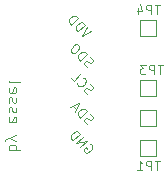
<source format=gbr>
%TF.GenerationSoftware,KiCad,Pcbnew,9.0.3*%
%TF.CreationDate,2026-01-09T14:10:27-05:00*%
%TF.ProjectId,BME280_Module,424d4532-3830-45f4-9d6f-64756c652e6b,rev?*%
%TF.SameCoordinates,Original*%
%TF.FileFunction,Legend,Bot*%
%TF.FilePolarity,Positive*%
%FSLAX46Y46*%
G04 Gerber Fmt 4.6, Leading zero omitted, Abs format (unit mm)*
G04 Created by KiCad (PCBNEW 9.0.3) date 2026-01-09 14:10:27*
%MOMM*%
%LPD*%
G01*
G04 APERTURE LIST*
%ADD10C,0.100000*%
%ADD11C,0.120000*%
G04 APERTURE END LIST*
D10*
X133992135Y-96700827D02*
X134072948Y-96727765D01*
X134072948Y-96727765D02*
X134153760Y-96808577D01*
X134153760Y-96808577D02*
X134207635Y-96916326D01*
X134207635Y-96916326D02*
X134207635Y-97024076D01*
X134207635Y-97024076D02*
X134180697Y-97104888D01*
X134180697Y-97104888D02*
X134099885Y-97239575D01*
X134099885Y-97239575D02*
X134019073Y-97320387D01*
X134019073Y-97320387D02*
X133884386Y-97401200D01*
X133884386Y-97401200D02*
X133803574Y-97428137D01*
X133803574Y-97428137D02*
X133695824Y-97428137D01*
X133695824Y-97428137D02*
X133588074Y-97374262D01*
X133588074Y-97374262D02*
X133534200Y-97320387D01*
X133534200Y-97320387D02*
X133480325Y-97212638D01*
X133480325Y-97212638D02*
X133480325Y-97158763D01*
X133480325Y-97158763D02*
X133668887Y-96970201D01*
X133668887Y-96970201D02*
X133776636Y-97077951D01*
X133184013Y-96970201D02*
X133749699Y-96404516D01*
X133749699Y-96404516D02*
X132860764Y-96646952D01*
X132860764Y-96646952D02*
X133426450Y-96081267D01*
X132591391Y-96377578D02*
X133157076Y-95811893D01*
X133157076Y-95811893D02*
X133022389Y-95677206D01*
X133022389Y-95677206D02*
X132914639Y-95623331D01*
X132914639Y-95623331D02*
X132806890Y-95623331D01*
X132806890Y-95623331D02*
X132726078Y-95650269D01*
X132726078Y-95650269D02*
X132591391Y-95731081D01*
X132591391Y-95731081D02*
X132510578Y-95811893D01*
X132510578Y-95811893D02*
X132429766Y-95946580D01*
X132429766Y-95946580D02*
X132402829Y-96027392D01*
X132402829Y-96027392D02*
X132402829Y-96135142D01*
X132402829Y-96135142D02*
X132456704Y-96242891D01*
X132456704Y-96242891D02*
X132591391Y-96377578D01*
X133803574Y-92455887D02*
X133695824Y-92402012D01*
X133695824Y-92402012D02*
X133561137Y-92267325D01*
X133561137Y-92267325D02*
X133534200Y-92186513D01*
X133534200Y-92186513D02*
X133534200Y-92132638D01*
X133534200Y-92132638D02*
X133561137Y-92051826D01*
X133561137Y-92051826D02*
X133615012Y-91997951D01*
X133615012Y-91997951D02*
X133695824Y-91971013D01*
X133695824Y-91971013D02*
X133749699Y-91971013D01*
X133749699Y-91971013D02*
X133830511Y-91997951D01*
X133830511Y-91997951D02*
X133965198Y-92078763D01*
X133965198Y-92078763D02*
X134046010Y-92105700D01*
X134046010Y-92105700D02*
X134099885Y-92105700D01*
X134099885Y-92105700D02*
X134180697Y-92078763D01*
X134180697Y-92078763D02*
X134234572Y-92024888D01*
X134234572Y-92024888D02*
X134261509Y-91944076D01*
X134261509Y-91944076D02*
X134261509Y-91890201D01*
X134261509Y-91890201D02*
X134234572Y-91809389D01*
X134234572Y-91809389D02*
X134099885Y-91674702D01*
X134099885Y-91674702D02*
X133992135Y-91620827D01*
X132941577Y-91540015D02*
X132941577Y-91593890D01*
X132941577Y-91593890D02*
X132995451Y-91701639D01*
X132995451Y-91701639D02*
X133049326Y-91755514D01*
X133049326Y-91755514D02*
X133157076Y-91809389D01*
X133157076Y-91809389D02*
X133264825Y-91809389D01*
X133264825Y-91809389D02*
X133345638Y-91782451D01*
X133345638Y-91782451D02*
X133480325Y-91701639D01*
X133480325Y-91701639D02*
X133561137Y-91620827D01*
X133561137Y-91620827D02*
X133641949Y-91486140D01*
X133641949Y-91486140D02*
X133668886Y-91405328D01*
X133668886Y-91405328D02*
X133668886Y-91297578D01*
X133668886Y-91297578D02*
X133615012Y-91189829D01*
X133615012Y-91189829D02*
X133561137Y-91135954D01*
X133561137Y-91135954D02*
X133453387Y-91082079D01*
X133453387Y-91082079D02*
X133399512Y-91082079D01*
X132375891Y-91082079D02*
X132645265Y-91351453D01*
X132645265Y-91351453D02*
X133210951Y-90785768D01*
X133803574Y-94995887D02*
X133695824Y-94942012D01*
X133695824Y-94942012D02*
X133561137Y-94807325D01*
X133561137Y-94807325D02*
X133534200Y-94726513D01*
X133534200Y-94726513D02*
X133534200Y-94672638D01*
X133534200Y-94672638D02*
X133561137Y-94591826D01*
X133561137Y-94591826D02*
X133615012Y-94537951D01*
X133615012Y-94537951D02*
X133695824Y-94511013D01*
X133695824Y-94511013D02*
X133749699Y-94511013D01*
X133749699Y-94511013D02*
X133830511Y-94537951D01*
X133830511Y-94537951D02*
X133965198Y-94618763D01*
X133965198Y-94618763D02*
X134046010Y-94645700D01*
X134046010Y-94645700D02*
X134099885Y-94645700D01*
X134099885Y-94645700D02*
X134180697Y-94618763D01*
X134180697Y-94618763D02*
X134234572Y-94564888D01*
X134234572Y-94564888D02*
X134261509Y-94484076D01*
X134261509Y-94484076D02*
X134261509Y-94430201D01*
X134261509Y-94430201D02*
X134234572Y-94349389D01*
X134234572Y-94349389D02*
X134099885Y-94214702D01*
X134099885Y-94214702D02*
X133992135Y-94160827D01*
X133210951Y-94457138D02*
X133776636Y-93891453D01*
X133776636Y-93891453D02*
X133641949Y-93756766D01*
X133641949Y-93756766D02*
X133534199Y-93702891D01*
X133534199Y-93702891D02*
X133426450Y-93702891D01*
X133426450Y-93702891D02*
X133345638Y-93729829D01*
X133345638Y-93729829D02*
X133210951Y-93810641D01*
X133210951Y-93810641D02*
X133130138Y-93891453D01*
X133130138Y-93891453D02*
X133049326Y-94026140D01*
X133049326Y-94026140D02*
X133022389Y-94106952D01*
X133022389Y-94106952D02*
X133022389Y-94214702D01*
X133022389Y-94214702D02*
X133076264Y-94322451D01*
X133076264Y-94322451D02*
X133210951Y-94457138D01*
X132833827Y-93756766D02*
X132564453Y-93487392D01*
X132726077Y-93972265D02*
X133103201Y-93218018D01*
X133103201Y-93218018D02*
X132348954Y-93595142D01*
X127127580Y-97232115D02*
X128127580Y-97232115D01*
X127746628Y-97232115D02*
X127794247Y-97136877D01*
X127794247Y-97136877D02*
X127794247Y-96946401D01*
X127794247Y-96946401D02*
X127746628Y-96851163D01*
X127746628Y-96851163D02*
X127699009Y-96803544D01*
X127699009Y-96803544D02*
X127603771Y-96755925D01*
X127603771Y-96755925D02*
X127318057Y-96755925D01*
X127318057Y-96755925D02*
X127222819Y-96803544D01*
X127222819Y-96803544D02*
X127175200Y-96851163D01*
X127175200Y-96851163D02*
X127127580Y-96946401D01*
X127127580Y-96946401D02*
X127127580Y-97136877D01*
X127127580Y-97136877D02*
X127175200Y-97232115D01*
X127794247Y-96422591D02*
X127127580Y-96184496D01*
X127794247Y-95946401D02*
X127127580Y-96184496D01*
X127127580Y-96184496D02*
X126889485Y-96279734D01*
X126889485Y-96279734D02*
X126841866Y-96327353D01*
X126841866Y-96327353D02*
X126794247Y-96422591D01*
X127175200Y-94422591D02*
X127127580Y-94517829D01*
X127127580Y-94517829D02*
X127127580Y-94708305D01*
X127127580Y-94708305D02*
X127175200Y-94803543D01*
X127175200Y-94803543D02*
X127270438Y-94851162D01*
X127270438Y-94851162D02*
X127651390Y-94851162D01*
X127651390Y-94851162D02*
X127746628Y-94803543D01*
X127746628Y-94803543D02*
X127794247Y-94708305D01*
X127794247Y-94708305D02*
X127794247Y-94517829D01*
X127794247Y-94517829D02*
X127746628Y-94422591D01*
X127746628Y-94422591D02*
X127651390Y-94374972D01*
X127651390Y-94374972D02*
X127556152Y-94374972D01*
X127556152Y-94374972D02*
X127460914Y-94851162D01*
X127175200Y-93994019D02*
X127127580Y-93898781D01*
X127127580Y-93898781D02*
X127127580Y-93708305D01*
X127127580Y-93708305D02*
X127175200Y-93613067D01*
X127175200Y-93613067D02*
X127270438Y-93565448D01*
X127270438Y-93565448D02*
X127318057Y-93565448D01*
X127318057Y-93565448D02*
X127413295Y-93613067D01*
X127413295Y-93613067D02*
X127460914Y-93708305D01*
X127460914Y-93708305D02*
X127460914Y-93851162D01*
X127460914Y-93851162D02*
X127508533Y-93946400D01*
X127508533Y-93946400D02*
X127603771Y-93994019D01*
X127603771Y-93994019D02*
X127651390Y-93994019D01*
X127651390Y-93994019D02*
X127746628Y-93946400D01*
X127746628Y-93946400D02*
X127794247Y-93851162D01*
X127794247Y-93851162D02*
X127794247Y-93708305D01*
X127794247Y-93708305D02*
X127746628Y-93613067D01*
X127175200Y-93184495D02*
X127127580Y-93089257D01*
X127127580Y-93089257D02*
X127127580Y-92898781D01*
X127127580Y-92898781D02*
X127175200Y-92803543D01*
X127175200Y-92803543D02*
X127270438Y-92755924D01*
X127270438Y-92755924D02*
X127318057Y-92755924D01*
X127318057Y-92755924D02*
X127413295Y-92803543D01*
X127413295Y-92803543D02*
X127460914Y-92898781D01*
X127460914Y-92898781D02*
X127460914Y-93041638D01*
X127460914Y-93041638D02*
X127508533Y-93136876D01*
X127508533Y-93136876D02*
X127603771Y-93184495D01*
X127603771Y-93184495D02*
X127651390Y-93184495D01*
X127651390Y-93184495D02*
X127746628Y-93136876D01*
X127746628Y-93136876D02*
X127794247Y-93041638D01*
X127794247Y-93041638D02*
X127794247Y-92898781D01*
X127794247Y-92898781D02*
X127746628Y-92803543D01*
X127175200Y-91946400D02*
X127127580Y-92041638D01*
X127127580Y-92041638D02*
X127127580Y-92232114D01*
X127127580Y-92232114D02*
X127175200Y-92327352D01*
X127175200Y-92327352D02*
X127270438Y-92374971D01*
X127270438Y-92374971D02*
X127651390Y-92374971D01*
X127651390Y-92374971D02*
X127746628Y-92327352D01*
X127746628Y-92327352D02*
X127794247Y-92232114D01*
X127794247Y-92232114D02*
X127794247Y-92041638D01*
X127794247Y-92041638D02*
X127746628Y-91946400D01*
X127746628Y-91946400D02*
X127651390Y-91898781D01*
X127651390Y-91898781D02*
X127556152Y-91898781D01*
X127556152Y-91898781D02*
X127460914Y-92374971D01*
X127127580Y-91327352D02*
X127175200Y-91422590D01*
X127175200Y-91422590D02*
X127270438Y-91470209D01*
X127270438Y-91470209D02*
X128127580Y-91470209D01*
X133803574Y-90169887D02*
X133695824Y-90116012D01*
X133695824Y-90116012D02*
X133561137Y-89981325D01*
X133561137Y-89981325D02*
X133534200Y-89900513D01*
X133534200Y-89900513D02*
X133534200Y-89846638D01*
X133534200Y-89846638D02*
X133561137Y-89765826D01*
X133561137Y-89765826D02*
X133615012Y-89711951D01*
X133615012Y-89711951D02*
X133695824Y-89685013D01*
X133695824Y-89685013D02*
X133749699Y-89685013D01*
X133749699Y-89685013D02*
X133830511Y-89711951D01*
X133830511Y-89711951D02*
X133965198Y-89792763D01*
X133965198Y-89792763D02*
X134046010Y-89819700D01*
X134046010Y-89819700D02*
X134099885Y-89819700D01*
X134099885Y-89819700D02*
X134180697Y-89792763D01*
X134180697Y-89792763D02*
X134234572Y-89738888D01*
X134234572Y-89738888D02*
X134261509Y-89658076D01*
X134261509Y-89658076D02*
X134261509Y-89604201D01*
X134261509Y-89604201D02*
X134234572Y-89523389D01*
X134234572Y-89523389D02*
X134099885Y-89388702D01*
X134099885Y-89388702D02*
X133992135Y-89334827D01*
X133210951Y-89631138D02*
X133776636Y-89065453D01*
X133776636Y-89065453D02*
X133641949Y-88930766D01*
X133641949Y-88930766D02*
X133534199Y-88876891D01*
X133534199Y-88876891D02*
X133426450Y-88876891D01*
X133426450Y-88876891D02*
X133345638Y-88903829D01*
X133345638Y-88903829D02*
X133210951Y-88984641D01*
X133210951Y-88984641D02*
X133130138Y-89065453D01*
X133130138Y-89065453D02*
X133049326Y-89200140D01*
X133049326Y-89200140D02*
X133022389Y-89280952D01*
X133022389Y-89280952D02*
X133022389Y-89388702D01*
X133022389Y-89388702D02*
X133076264Y-89496451D01*
X133076264Y-89496451D02*
X133210951Y-89631138D01*
X133103201Y-88392018D02*
X132995451Y-88284268D01*
X132995451Y-88284268D02*
X132914639Y-88257331D01*
X132914639Y-88257331D02*
X132806890Y-88257331D01*
X132806890Y-88257331D02*
X132672203Y-88338143D01*
X132672203Y-88338143D02*
X132483641Y-88526705D01*
X132483641Y-88526705D02*
X132402828Y-88661392D01*
X132402828Y-88661392D02*
X132402828Y-88769142D01*
X132402828Y-88769142D02*
X132429766Y-88849954D01*
X132429766Y-88849954D02*
X132537516Y-88957703D01*
X132537516Y-88957703D02*
X132618328Y-88984641D01*
X132618328Y-88984641D02*
X132726077Y-88984641D01*
X132726077Y-88984641D02*
X132860764Y-88903829D01*
X132860764Y-88903829D02*
X133049326Y-88715267D01*
X133049326Y-88715267D02*
X133130138Y-88580580D01*
X133130138Y-88580580D02*
X133130138Y-88472830D01*
X133130138Y-88472830D02*
X133103201Y-88392018D01*
X134142196Y-87145013D02*
X133387949Y-87522137D01*
X133387949Y-87522137D02*
X133765073Y-86767890D01*
X133010826Y-87145014D02*
X133576511Y-86579328D01*
X133576511Y-86579328D02*
X133441824Y-86444641D01*
X133441824Y-86444641D02*
X133334075Y-86390766D01*
X133334075Y-86390766D02*
X133226325Y-86390766D01*
X133226325Y-86390766D02*
X133145513Y-86417704D01*
X133145513Y-86417704D02*
X133010826Y-86498516D01*
X133010826Y-86498516D02*
X132930013Y-86579328D01*
X132930013Y-86579328D02*
X132849201Y-86714015D01*
X132849201Y-86714015D02*
X132822264Y-86794827D01*
X132822264Y-86794827D02*
X132822264Y-86902577D01*
X132822264Y-86902577D02*
X132876139Y-87010327D01*
X132876139Y-87010327D02*
X133010826Y-87145014D01*
X132445140Y-86579328D02*
X133010826Y-86013643D01*
X133010826Y-86013643D02*
X132876139Y-85878956D01*
X132876139Y-85878956D02*
X132768389Y-85825081D01*
X132768389Y-85825081D02*
X132660639Y-85825081D01*
X132660639Y-85825081D02*
X132579827Y-85852018D01*
X132579827Y-85852018D02*
X132445140Y-85932830D01*
X132445140Y-85932830D02*
X132364328Y-86013643D01*
X132364328Y-86013643D02*
X132283516Y-86148330D01*
X132283516Y-86148330D02*
X132256578Y-86229142D01*
X132256578Y-86229142D02*
X132256578Y-86336892D01*
X132256578Y-86336892D02*
X132310453Y-86444641D01*
X132310453Y-86444641D02*
X132445140Y-86579328D01*
X139947523Y-98116895D02*
X139490380Y-98116895D01*
X139718952Y-98916895D02*
X139718952Y-98116895D01*
X139223713Y-98916895D02*
X139223713Y-98116895D01*
X139223713Y-98116895D02*
X138918951Y-98116895D01*
X138918951Y-98116895D02*
X138842761Y-98154990D01*
X138842761Y-98154990D02*
X138804666Y-98193085D01*
X138804666Y-98193085D02*
X138766570Y-98269276D01*
X138766570Y-98269276D02*
X138766570Y-98383561D01*
X138766570Y-98383561D02*
X138804666Y-98459752D01*
X138804666Y-98459752D02*
X138842761Y-98497847D01*
X138842761Y-98497847D02*
X138918951Y-98535942D01*
X138918951Y-98535942D02*
X139223713Y-98535942D01*
X138004666Y-98916895D02*
X138461809Y-98916895D01*
X138233237Y-98916895D02*
X138233237Y-98116895D01*
X138233237Y-98116895D02*
X138309428Y-98231180D01*
X138309428Y-98231180D02*
X138385618Y-98307371D01*
X138385618Y-98307371D02*
X138461809Y-98345466D01*
X139947523Y-84908895D02*
X139490380Y-84908895D01*
X139718952Y-85708895D02*
X139718952Y-84908895D01*
X139223713Y-85708895D02*
X139223713Y-84908895D01*
X139223713Y-84908895D02*
X138918951Y-84908895D01*
X138918951Y-84908895D02*
X138842761Y-84946990D01*
X138842761Y-84946990D02*
X138804666Y-84985085D01*
X138804666Y-84985085D02*
X138766570Y-85061276D01*
X138766570Y-85061276D02*
X138766570Y-85175561D01*
X138766570Y-85175561D02*
X138804666Y-85251752D01*
X138804666Y-85251752D02*
X138842761Y-85289847D01*
X138842761Y-85289847D02*
X138918951Y-85327942D01*
X138918951Y-85327942D02*
X139223713Y-85327942D01*
X138080856Y-85175561D02*
X138080856Y-85708895D01*
X138271332Y-84870800D02*
X138461809Y-85442228D01*
X138461809Y-85442228D02*
X137966570Y-85442228D01*
X140201523Y-89988895D02*
X139744380Y-89988895D01*
X139972952Y-90788895D02*
X139972952Y-89988895D01*
X139477713Y-90788895D02*
X139477713Y-89988895D01*
X139477713Y-89988895D02*
X139172951Y-89988895D01*
X139172951Y-89988895D02*
X139096761Y-90026990D01*
X139096761Y-90026990D02*
X139058666Y-90065085D01*
X139058666Y-90065085D02*
X139020570Y-90141276D01*
X139020570Y-90141276D02*
X139020570Y-90255561D01*
X139020570Y-90255561D02*
X139058666Y-90331752D01*
X139058666Y-90331752D02*
X139096761Y-90369847D01*
X139096761Y-90369847D02*
X139172951Y-90407942D01*
X139172951Y-90407942D02*
X139477713Y-90407942D01*
X138753904Y-89988895D02*
X138258666Y-89988895D01*
X138258666Y-89988895D02*
X138525332Y-90293657D01*
X138525332Y-90293657D02*
X138411047Y-90293657D01*
X138411047Y-90293657D02*
X138334856Y-90331752D01*
X138334856Y-90331752D02*
X138296761Y-90369847D01*
X138296761Y-90369847D02*
X138258666Y-90446038D01*
X138258666Y-90446038D02*
X138258666Y-90636514D01*
X138258666Y-90636514D02*
X138296761Y-90712704D01*
X138296761Y-90712704D02*
X138334856Y-90750800D01*
X138334856Y-90750800D02*
X138411047Y-90788895D01*
X138411047Y-90788895D02*
X138639618Y-90788895D01*
X138639618Y-90788895D02*
X138715809Y-90750800D01*
X138715809Y-90750800D02*
X138753904Y-90712704D01*
D11*
%TO.C,TP1*%
X139638000Y-96328000D02*
X138238000Y-96328000D01*
X139638000Y-97728000D02*
X139638000Y-96328000D01*
X138238000Y-96328000D02*
X138238000Y-97728000D01*
X138238000Y-97728000D02*
X139638000Y-97728000D01*
%TO.C,TP2*%
X138238000Y-93788000D02*
X138238000Y-95188000D01*
X138238000Y-95188000D02*
X139638000Y-95188000D01*
X139638000Y-93788000D02*
X138238000Y-93788000D01*
X139638000Y-95188000D02*
X139638000Y-93788000D01*
%TO.C,TP4*%
X138238000Y-86168000D02*
X138238000Y-87568000D01*
X138238000Y-87568000D02*
X139638000Y-87568000D01*
X139638000Y-86168000D02*
X138238000Y-86168000D01*
X139638000Y-87568000D02*
X139638000Y-86168000D01*
%TO.C,TP3*%
X138238000Y-91248000D02*
X138238000Y-92648000D01*
X138238000Y-92648000D02*
X139638000Y-92648000D01*
X139638000Y-91248000D02*
X138238000Y-91248000D01*
X139638000Y-92648000D02*
X139638000Y-91248000D01*
%TD*%
M02*

</source>
